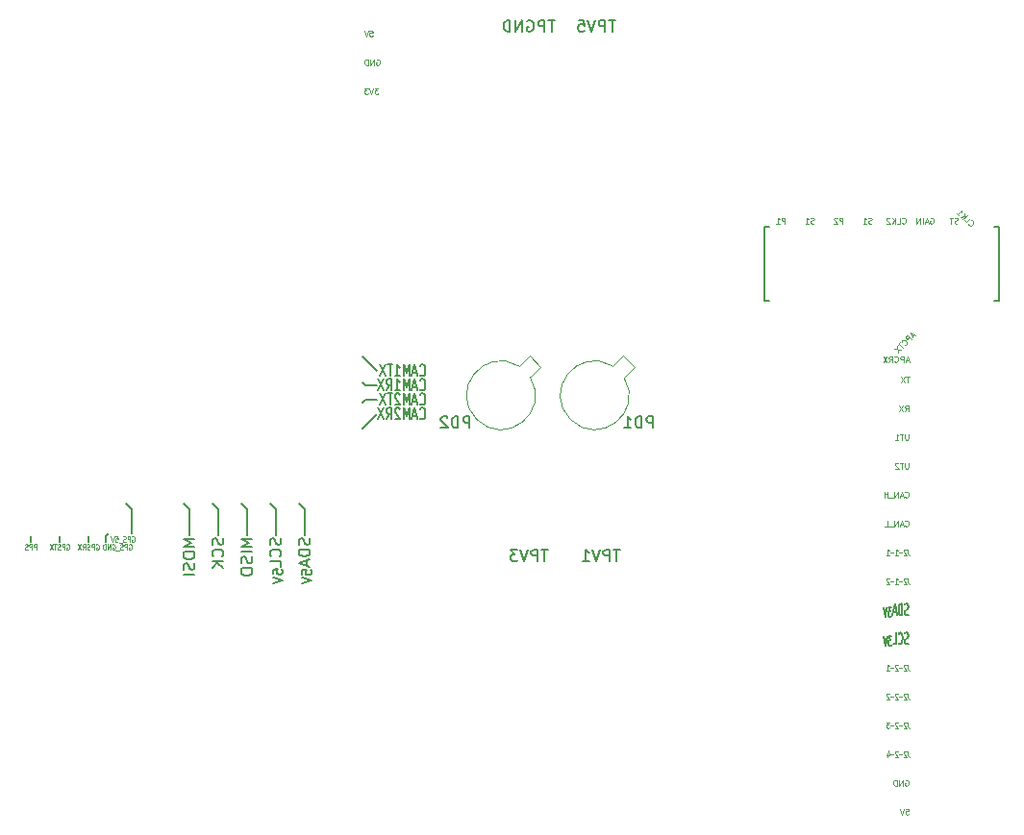
<source format=gbr>
%TF.GenerationSoftware,KiCad,Pcbnew,6.0.2+dfsg-1*%
%TF.CreationDate,2023-07-10T21:48:36-06:00*%
%TF.ProjectId,TestComponents,54657374-436f-46d7-906f-6e656e74732e,rev?*%
%TF.SameCoordinates,PXbf5d420PY621abf0*%
%TF.FileFunction,Legend,Bot*%
%TF.FilePolarity,Positive*%
%FSLAX46Y46*%
G04 Gerber Fmt 4.6, Leading zero omitted, Abs format (unit mm)*
G04 Created by KiCad (PCBNEW 6.0.2+dfsg-1) date 2023-07-10 21:48:36*
%MOMM*%
%LPD*%
G01*
G04 APERTURE LIST*
%ADD10C,0.150000*%
%ADD11C,0.137500*%
%ADD12C,0.125000*%
%ADD13C,0.100000*%
%ADD14C,0.062500*%
%ADD15C,0.120000*%
G04 APERTURE END LIST*
D10*
X-86360000Y-9779000D02*
X-86360000Y-7620000D01*
X-81788000Y-7112000D02*
X-81280000Y-7620000D01*
X-79248000Y-7112000D02*
X-78740000Y-7620000D01*
X-66040000Y5842000D02*
X-64770000Y4572000D01*
X-81280000Y-7620000D02*
X-81280000Y-9906000D01*
X-66040000Y3556000D02*
X-65786000Y3302000D01*
X-9960000Y17220000D02*
X-9960000Y10720000D01*
X-73660000Y-7620000D02*
X-73660000Y-9906000D01*
X-90170000Y-10033000D02*
X-90170000Y-10541000D01*
X-30680000Y10720000D02*
X-30226000Y10720000D01*
X-86868000Y-7112000D02*
X-86360000Y-7620000D01*
X-66040000Y-508000D02*
X-64770000Y762000D01*
X-66040000Y1778000D02*
X-65786000Y2032000D01*
X-71120000Y-7620000D02*
X-71120000Y-9906000D01*
X-76200000Y-7620000D02*
X-76200000Y-9906000D01*
X-88646000Y-10033000D02*
X-88392000Y-9779000D01*
X-78740000Y-7620000D02*
X-78740000Y-9906000D01*
X-76708000Y-7112000D02*
X-76200000Y-7620000D01*
X-30226000Y17220000D02*
X-30680000Y17220000D01*
X-10414000Y17220000D02*
X-9960000Y17220000D01*
X-65786000Y3302000D02*
X-64770000Y3302000D01*
X-88646000Y-10033000D02*
X-88646000Y-10541000D01*
X-65786000Y2032000D02*
X-64770000Y2032000D01*
X-92710000Y-10033000D02*
X-92710000Y-10541000D01*
X-71628000Y-7112000D02*
X-71120000Y-7620000D01*
X-9960000Y10720000D02*
X-10414000Y10720000D01*
X-95250000Y-10033000D02*
X-95250000Y-10541000D01*
X-74168000Y-7112000D02*
X-73660000Y-7620000D01*
X-30680000Y17220000D02*
X-30680000Y10720000D01*
D11*
X-17974137Y-16914761D02*
X-18052709Y-16962380D01*
X-18183661Y-16962380D01*
X-18236042Y-16914761D01*
X-18262233Y-16867142D01*
X-18288423Y-16771904D01*
X-18288423Y-16676666D01*
X-18262233Y-16581428D01*
X-18236042Y-16533809D01*
X-18183661Y-16486190D01*
X-18078899Y-16438571D01*
X-18026518Y-16390952D01*
X-18000328Y-16343333D01*
X-17974137Y-16248095D01*
X-17974137Y-16152857D01*
X-18000328Y-16057619D01*
X-18026518Y-16010000D01*
X-18078899Y-15962380D01*
X-18209852Y-15962380D01*
X-18288423Y-16010000D01*
X-18524137Y-16962380D02*
X-18524137Y-15962380D01*
X-18655090Y-15962380D01*
X-18733661Y-16010000D01*
X-18786042Y-16105238D01*
X-18812233Y-16200476D01*
X-18838423Y-16390952D01*
X-18838423Y-16533809D01*
X-18812233Y-16724285D01*
X-18786042Y-16819523D01*
X-18733661Y-16914761D01*
X-18655090Y-16962380D01*
X-18524137Y-16962380D01*
X-19047947Y-16676666D02*
X-19309852Y-16676666D01*
X-18995566Y-16962380D02*
X-19178899Y-15962380D01*
X-19362233Y-16962380D01*
X-19477471Y-16271904D02*
X-19749852Y-16271904D01*
X-19603185Y-16576666D01*
X-19666042Y-16576666D01*
X-19707947Y-16614761D01*
X-19728899Y-16652857D01*
X-19749852Y-16729047D01*
X-19749852Y-16919523D01*
X-19728899Y-16995714D01*
X-19707947Y-17033809D01*
X-19666042Y-17071904D01*
X-19540328Y-17071904D01*
X-19498423Y-17033809D01*
X-19477471Y-16995714D01*
X-19875566Y-16271904D02*
X-20022233Y-17071904D01*
X-20168899Y-16271904D01*
D12*
X-17980298Y-3536190D02*
X-17980298Y-3940952D01*
X-18004108Y-3988571D01*
X-18027917Y-4012380D01*
X-18075536Y-4036190D01*
X-18170774Y-4036190D01*
X-18218393Y-4012380D01*
X-18242203Y-3988571D01*
X-18266012Y-3940952D01*
X-18266012Y-3536190D01*
X-18432679Y-3536190D02*
X-18718393Y-3536190D01*
X-18575536Y-4036190D02*
X-18575536Y-3536190D01*
X-18861250Y-3583809D02*
X-18885060Y-3560000D01*
X-18932679Y-3536190D01*
X-19051727Y-3536190D01*
X-19099346Y-3560000D01*
X-19123155Y-3583809D01*
X-19146965Y-3631428D01*
X-19146965Y-3679047D01*
X-19123155Y-3750476D01*
X-18837441Y-4036190D01*
X-19146965Y-4036190D01*
X-64649227Y29483810D02*
X-64958750Y29483810D01*
X-64792084Y29293334D01*
X-64863512Y29293334D01*
X-64911131Y29269524D01*
X-64934941Y29245715D01*
X-64958750Y29198096D01*
X-64958750Y29079048D01*
X-64934941Y29031429D01*
X-64911131Y29007620D01*
X-64863512Y28983810D01*
X-64720655Y28983810D01*
X-64673036Y29007620D01*
X-64649227Y29031429D01*
X-65101608Y29483810D02*
X-65268274Y28983810D01*
X-65434941Y29483810D01*
X-65553989Y29483810D02*
X-65863512Y29483810D01*
X-65696846Y29293334D01*
X-65768274Y29293334D01*
X-65815893Y29269524D01*
X-65839703Y29245715D01*
X-65863512Y29198096D01*
X-65863512Y29079048D01*
X-65839703Y29031429D01*
X-65815893Y29007620D01*
X-65768274Y28983810D01*
X-65625417Y28983810D01*
X-65577798Y29007620D01*
X-65553989Y29031429D01*
D11*
X-17974137Y-19454761D02*
X-18052709Y-19502380D01*
X-18183661Y-19502380D01*
X-18236042Y-19454761D01*
X-18262233Y-19407142D01*
X-18288423Y-19311904D01*
X-18288423Y-19216666D01*
X-18262233Y-19121428D01*
X-18236042Y-19073809D01*
X-18183661Y-19026190D01*
X-18078899Y-18978571D01*
X-18026518Y-18930952D01*
X-18000328Y-18883333D01*
X-17974137Y-18788095D01*
X-17974137Y-18692857D01*
X-18000328Y-18597619D01*
X-18026518Y-18550000D01*
X-18078899Y-18502380D01*
X-18209852Y-18502380D01*
X-18288423Y-18550000D01*
X-18838423Y-19407142D02*
X-18812233Y-19454761D01*
X-18733661Y-19502380D01*
X-18681280Y-19502380D01*
X-18602709Y-19454761D01*
X-18550328Y-19359523D01*
X-18524137Y-19264285D01*
X-18497947Y-19073809D01*
X-18497947Y-18930952D01*
X-18524137Y-18740476D01*
X-18550328Y-18645238D01*
X-18602709Y-18550000D01*
X-18681280Y-18502380D01*
X-18733661Y-18502380D01*
X-18812233Y-18550000D01*
X-18838423Y-18597619D01*
X-19336042Y-19502380D02*
X-19074137Y-19502380D01*
X-19074137Y-18502380D01*
X-19451280Y-18811904D02*
X-19723661Y-18811904D01*
X-19576995Y-19116666D01*
X-19639852Y-19116666D01*
X-19681756Y-19154761D01*
X-19702709Y-19192857D01*
X-19723661Y-19269047D01*
X-19723661Y-19459523D01*
X-19702709Y-19535714D01*
X-19681756Y-19573809D01*
X-19639852Y-19611904D01*
X-19514137Y-19611904D01*
X-19472233Y-19573809D01*
X-19451280Y-19535714D01*
X-19849375Y-18811904D02*
X-19996042Y-19611904D01*
X-20142709Y-18811904D01*
D10*
X-43775524Y35472620D02*
X-44346953Y35472620D01*
X-44061239Y34472620D02*
X-44061239Y35472620D01*
X-44680286Y34472620D02*
X-44680286Y35472620D01*
X-45061239Y35472620D01*
X-45156477Y35425000D01*
X-45204096Y35377381D01*
X-45251715Y35282143D01*
X-45251715Y35139286D01*
X-45204096Y35044048D01*
X-45156477Y34996429D01*
X-45061239Y34948810D01*
X-44680286Y34948810D01*
X-45537429Y35472620D02*
X-45870762Y34472620D01*
X-46204096Y35472620D01*
X-47013620Y35472620D02*
X-46537429Y35472620D01*
X-46489810Y34996429D01*
X-46537429Y35044048D01*
X-46632667Y35091667D01*
X-46870762Y35091667D01*
X-46966000Y35044048D01*
X-47013620Y34996429D01*
X-47061239Y34901191D01*
X-47061239Y34663096D01*
X-47013620Y34567858D01*
X-46966000Y34520239D01*
X-46870762Y34472620D01*
X-46632667Y34472620D01*
X-46537429Y34520239D01*
X-46489810Y34567858D01*
X-60971073Y404858D02*
X-60935359Y357239D01*
X-60828216Y309620D01*
X-60756788Y309620D01*
X-60649645Y357239D01*
X-60578216Y452477D01*
X-60542502Y547715D01*
X-60506788Y738191D01*
X-60506788Y881048D01*
X-60542502Y1071524D01*
X-60578216Y1166762D01*
X-60649645Y1262000D01*
X-60756788Y1309620D01*
X-60828216Y1309620D01*
X-60935359Y1262000D01*
X-60971073Y1214381D01*
X-61256788Y595334D02*
X-61613930Y595334D01*
X-61185359Y309620D02*
X-61435359Y1309620D01*
X-61685359Y309620D01*
X-61935359Y309620D02*
X-61935359Y1309620D01*
X-62185359Y595334D01*
X-62435359Y1309620D01*
X-62435359Y309620D01*
X-62756788Y1214381D02*
X-62792502Y1262000D01*
X-62863930Y1309620D01*
X-63042502Y1309620D01*
X-63113930Y1262000D01*
X-63149645Y1214381D01*
X-63185359Y1119143D01*
X-63185359Y1023905D01*
X-63149645Y881048D01*
X-62721073Y309620D01*
X-63185359Y309620D01*
X-63935359Y309620D02*
X-63685359Y785810D01*
X-63506788Y309620D02*
X-63506788Y1309620D01*
X-63792502Y1309620D01*
X-63863930Y1262000D01*
X-63899645Y1214381D01*
X-63935359Y1119143D01*
X-63935359Y976286D01*
X-63899645Y881048D01*
X-63863930Y833429D01*
X-63792502Y785810D01*
X-63506788Y785810D01*
X-64185359Y1309620D02*
X-64685359Y309620D01*
X-64685359Y1309620D02*
X-64185359Y309620D01*
D12*
X-17908870Y4083810D02*
X-18194584Y4083810D01*
X-18051727Y3583810D02*
X-18051727Y4083810D01*
X-18313631Y4083810D02*
X-18646965Y3583810D01*
X-18646965Y4083810D02*
X-18313631Y3583810D01*
X-17488296Y7793853D02*
X-17656655Y7625495D01*
X-17353609Y7726510D02*
X-17825014Y7962212D01*
X-17589312Y7490808D01*
X-17707163Y7372957D02*
X-18060716Y7726510D01*
X-18195403Y7591823D01*
X-18212239Y7541315D01*
X-18212239Y7507644D01*
X-18195403Y7457136D01*
X-18144896Y7406628D01*
X-18094388Y7389792D01*
X-18060716Y7389792D01*
X-18010209Y7406628D01*
X-17875522Y7541315D01*
X-18296418Y6851044D02*
X-18262747Y6851044D01*
X-18195403Y6884716D01*
X-18161731Y6918388D01*
X-18128060Y6985731D01*
X-18128060Y7053075D01*
X-18144896Y7103583D01*
X-18195403Y7187762D01*
X-18245911Y7238270D01*
X-18330090Y7288777D01*
X-18380598Y7305613D01*
X-18447941Y7305613D01*
X-18515285Y7271941D01*
X-18548957Y7238270D01*
X-18582628Y7170926D01*
X-18582628Y7137254D01*
X-18717315Y7069911D02*
X-18919346Y6867880D01*
X-18464777Y6615342D02*
X-18818331Y6968896D01*
X-19003525Y6783701D02*
X-18885674Y6194445D01*
X-19239227Y6547999D02*
X-18649972Y6430148D01*
D13*
X-86582381Y-10722800D02*
X-86544286Y-10698990D01*
X-86487143Y-10698990D01*
X-86430000Y-10722800D01*
X-86391905Y-10770419D01*
X-86372858Y-10818038D01*
X-86353810Y-10913276D01*
X-86353810Y-10984704D01*
X-86372858Y-11079942D01*
X-86391905Y-11127561D01*
X-86430000Y-11175180D01*
X-86487143Y-11198990D01*
X-86525239Y-11198990D01*
X-86582381Y-11175180D01*
X-86601429Y-11151371D01*
X-86601429Y-10984704D01*
X-86525239Y-10984704D01*
X-86772858Y-11198990D02*
X-86772858Y-10698990D01*
X-86925239Y-10698990D01*
X-86963334Y-10722800D01*
X-86982381Y-10746609D01*
X-87001429Y-10794228D01*
X-87001429Y-10865657D01*
X-86982381Y-10913276D01*
X-86963334Y-10937085D01*
X-86925239Y-10960895D01*
X-86772858Y-10960895D01*
X-87153810Y-11175180D02*
X-87210953Y-11198990D01*
X-87306191Y-11198990D01*
X-87344286Y-11175180D01*
X-87363334Y-11151371D01*
X-87382381Y-11103752D01*
X-87382381Y-11056133D01*
X-87363334Y-11008514D01*
X-87344286Y-10984704D01*
X-87306191Y-10960895D01*
X-87230000Y-10937085D01*
X-87191905Y-10913276D01*
X-87172858Y-10889466D01*
X-87153810Y-10841847D01*
X-87153810Y-10794228D01*
X-87172858Y-10746609D01*
X-87191905Y-10722800D01*
X-87230000Y-10698990D01*
X-87325239Y-10698990D01*
X-87382381Y-10722800D01*
X-87458572Y-11246609D02*
X-87763334Y-11246609D01*
X-88068096Y-10722800D02*
X-88030000Y-10698990D01*
X-87972858Y-10698990D01*
X-87915715Y-10722800D01*
X-87877620Y-10770419D01*
X-87858572Y-10818038D01*
X-87839524Y-10913276D01*
X-87839524Y-10984704D01*
X-87858572Y-11079942D01*
X-87877620Y-11127561D01*
X-87915715Y-11175180D01*
X-87972858Y-11198990D01*
X-88010953Y-11198990D01*
X-88068096Y-11175180D01*
X-88087143Y-11151371D01*
X-88087143Y-10984704D01*
X-88010953Y-10984704D01*
X-88258572Y-11198990D02*
X-88258572Y-10698990D01*
X-88487143Y-11198990D01*
X-88487143Y-10698990D01*
X-88677620Y-11198990D02*
X-88677620Y-10698990D01*
X-88772858Y-10698990D01*
X-88830000Y-10722800D01*
X-88868096Y-10770419D01*
X-88887143Y-10818038D01*
X-88906191Y-10913276D01*
X-88906191Y-10984704D01*
X-88887143Y-11079942D01*
X-88868096Y-11127561D01*
X-88830000Y-11175180D01*
X-88772858Y-11198990D01*
X-88677620Y-11198990D01*
D12*
X-64815893Y32000000D02*
X-64768274Y32023810D01*
X-64696846Y32023810D01*
X-64625417Y32000000D01*
X-64577798Y31952381D01*
X-64553989Y31904762D01*
X-64530179Y31809524D01*
X-64530179Y31738096D01*
X-64553989Y31642858D01*
X-64577798Y31595239D01*
X-64625417Y31547620D01*
X-64696846Y31523810D01*
X-64744465Y31523810D01*
X-64815893Y31547620D01*
X-64839703Y31571429D01*
X-64839703Y31738096D01*
X-64744465Y31738096D01*
X-65053989Y31523810D02*
X-65053989Y32023810D01*
X-65339703Y31523810D01*
X-65339703Y32023810D01*
X-65577798Y31523810D02*
X-65577798Y32023810D01*
X-65696846Y32023810D01*
X-65768274Y32000000D01*
X-65815893Y31952381D01*
X-65839703Y31904762D01*
X-65863512Y31809524D01*
X-65863512Y31738096D01*
X-65839703Y31642858D01*
X-65815893Y31595239D01*
X-65768274Y31547620D01*
X-65696846Y31523810D01*
X-65577798Y31523810D01*
X-26289048Y17577620D02*
X-26360477Y17553810D01*
X-26479524Y17553810D01*
X-26527143Y17577620D01*
X-26550953Y17601429D01*
X-26574762Y17649048D01*
X-26574762Y17696667D01*
X-26550953Y17744286D01*
X-26527143Y17768096D01*
X-26479524Y17791905D01*
X-26384286Y17815715D01*
X-26336667Y17839524D01*
X-26312858Y17863334D01*
X-26289048Y17910953D01*
X-26289048Y17958572D01*
X-26312858Y18006191D01*
X-26336667Y18030000D01*
X-26384286Y18053810D01*
X-26503334Y18053810D01*
X-26574762Y18030000D01*
X-27050953Y17553810D02*
X-26765239Y17553810D01*
X-26908096Y17553810D02*
X-26908096Y18053810D01*
X-26860477Y17982381D01*
X-26812858Y17934762D01*
X-26765239Y17910953D01*
D10*
X-78335239Y-10193976D02*
X-78287620Y-10336833D01*
X-78287620Y-10574928D01*
X-78335239Y-10670166D01*
X-78382858Y-10717785D01*
X-78478096Y-10765404D01*
X-78573334Y-10765404D01*
X-78668572Y-10717785D01*
X-78716191Y-10670166D01*
X-78763810Y-10574928D01*
X-78811429Y-10384452D01*
X-78859048Y-10289214D01*
X-78906667Y-10241595D01*
X-79001905Y-10193976D01*
X-79097143Y-10193976D01*
X-79192381Y-10241595D01*
X-79240000Y-10289214D01*
X-79287620Y-10384452D01*
X-79287620Y-10622547D01*
X-79240000Y-10765404D01*
X-78382858Y-11765404D02*
X-78335239Y-11717785D01*
X-78287620Y-11574928D01*
X-78287620Y-11479690D01*
X-78335239Y-11336833D01*
X-78430477Y-11241595D01*
X-78525715Y-11193976D01*
X-78716191Y-11146357D01*
X-78859048Y-11146357D01*
X-79049524Y-11193976D01*
X-79144762Y-11241595D01*
X-79240000Y-11336833D01*
X-79287620Y-11479690D01*
X-79287620Y-11574928D01*
X-79240000Y-11717785D01*
X-79192381Y-11765404D01*
X-78287620Y-12193976D02*
X-79287620Y-12193976D01*
X-78287620Y-12765404D02*
X-78859048Y-12336833D01*
X-79287620Y-12765404D02*
X-78716191Y-12193976D01*
D14*
X-18003959Y-23856190D02*
X-18003959Y-24213333D01*
X-17987292Y-24284761D01*
X-17953959Y-24332380D01*
X-17903959Y-24356190D01*
X-17870625Y-24356190D01*
X-18153959Y-23903809D02*
X-18170625Y-23880000D01*
X-18203959Y-23856190D01*
X-18287292Y-23856190D01*
X-18320625Y-23880000D01*
X-18337292Y-23903809D01*
X-18353959Y-23951428D01*
X-18353959Y-23999047D01*
X-18337292Y-24070476D01*
X-18137292Y-24356190D01*
X-18353959Y-24356190D01*
X-18503959Y-24165714D02*
X-18770625Y-24165714D01*
X-18920625Y-23903809D02*
X-18937292Y-23880000D01*
X-18970625Y-23856190D01*
X-19053959Y-23856190D01*
X-19087292Y-23880000D01*
X-19103959Y-23903809D01*
X-19120625Y-23951428D01*
X-19120625Y-23999047D01*
X-19103959Y-24070476D01*
X-18903959Y-24356190D01*
X-19120625Y-24356190D01*
X-19270625Y-24165714D02*
X-19537292Y-24165714D01*
X-19687292Y-23903809D02*
X-19703959Y-23880000D01*
X-19737292Y-23856190D01*
X-19820625Y-23856190D01*
X-19853959Y-23880000D01*
X-19870625Y-23903809D01*
X-19887292Y-23951428D01*
X-19887292Y-23999047D01*
X-19870625Y-24070476D01*
X-19670625Y-24356190D01*
X-19887292Y-24356190D01*
D12*
X-21209048Y17577620D02*
X-21280477Y17553810D01*
X-21399524Y17553810D01*
X-21447143Y17577620D01*
X-21470953Y17601429D01*
X-21494762Y17649048D01*
X-21494762Y17696667D01*
X-21470953Y17744286D01*
X-21447143Y17768096D01*
X-21399524Y17791905D01*
X-21304286Y17815715D01*
X-21256667Y17839524D01*
X-21232858Y17863334D01*
X-21209048Y17910953D01*
X-21209048Y17958572D01*
X-21232858Y18006191D01*
X-21256667Y18030000D01*
X-21304286Y18053810D01*
X-21423334Y18053810D01*
X-21494762Y18030000D01*
X-21970953Y17553810D02*
X-21685239Y17553810D01*
X-21828096Y17553810D02*
X-21828096Y18053810D01*
X-21780477Y17982381D01*
X-21732858Y17934762D01*
X-21685239Y17910953D01*
D14*
X-18003959Y-11156190D02*
X-18003959Y-11513333D01*
X-17987292Y-11584761D01*
X-17953959Y-11632380D01*
X-17903959Y-11656190D01*
X-17870625Y-11656190D01*
X-18153959Y-11203809D02*
X-18170625Y-11180000D01*
X-18203959Y-11156190D01*
X-18287292Y-11156190D01*
X-18320625Y-11180000D01*
X-18337292Y-11203809D01*
X-18353959Y-11251428D01*
X-18353959Y-11299047D01*
X-18337292Y-11370476D01*
X-18137292Y-11656190D01*
X-18353959Y-11656190D01*
X-18503959Y-11465714D02*
X-18770625Y-11465714D01*
X-19120625Y-11656190D02*
X-18920625Y-11656190D01*
X-19020625Y-11656190D02*
X-19020625Y-11156190D01*
X-18987292Y-11227619D01*
X-18953959Y-11275238D01*
X-18920625Y-11299047D01*
X-19270625Y-11465714D02*
X-19537292Y-11465714D01*
X-19887292Y-11656190D02*
X-19687292Y-11656190D01*
X-19787292Y-11656190D02*
X-19787292Y-11156190D01*
X-19753959Y-11227619D01*
X-19720625Y-11275238D01*
X-19687292Y-11299047D01*
X-18003959Y-28936190D02*
X-18003959Y-29293333D01*
X-17987292Y-29364761D01*
X-17953959Y-29412380D01*
X-17903959Y-29436190D01*
X-17870625Y-29436190D01*
X-18153959Y-28983809D02*
X-18170625Y-28960000D01*
X-18203959Y-28936190D01*
X-18287292Y-28936190D01*
X-18320625Y-28960000D01*
X-18337292Y-28983809D01*
X-18353959Y-29031428D01*
X-18353959Y-29079047D01*
X-18337292Y-29150476D01*
X-18137292Y-29436190D01*
X-18353959Y-29436190D01*
X-18503959Y-29245714D02*
X-18770625Y-29245714D01*
X-18920625Y-28983809D02*
X-18937292Y-28960000D01*
X-18970625Y-28936190D01*
X-19053959Y-28936190D01*
X-19087292Y-28960000D01*
X-19103959Y-28983809D01*
X-19120625Y-29031428D01*
X-19120625Y-29079047D01*
X-19103959Y-29150476D01*
X-18903959Y-29436190D01*
X-19120625Y-29436190D01*
X-19270625Y-29245714D02*
X-19537292Y-29245714D01*
X-19853959Y-29102857D02*
X-19853959Y-29436190D01*
X-19770625Y-28912380D02*
X-19687292Y-29269523D01*
X-19903959Y-29269523D01*
D12*
X-18242203Y-31500000D02*
X-18194584Y-31476190D01*
X-18123155Y-31476190D01*
X-18051727Y-31500000D01*
X-18004108Y-31547619D01*
X-17980298Y-31595238D01*
X-17956489Y-31690476D01*
X-17956489Y-31761904D01*
X-17980298Y-31857142D01*
X-18004108Y-31904761D01*
X-18051727Y-31952380D01*
X-18123155Y-31976190D01*
X-18170774Y-31976190D01*
X-18242203Y-31952380D01*
X-18266012Y-31928571D01*
X-18266012Y-31761904D01*
X-18170774Y-31761904D01*
X-18480298Y-31976190D02*
X-18480298Y-31476190D01*
X-18766012Y-31976190D01*
X-18766012Y-31476190D01*
X-19004108Y-31976190D02*
X-19004108Y-31476190D01*
X-19123155Y-31476190D01*
X-19194584Y-31500000D01*
X-19242203Y-31547619D01*
X-19266012Y-31595238D01*
X-19289822Y-31690476D01*
X-19289822Y-31761904D01*
X-19266012Y-31857142D01*
X-19242203Y-31904761D01*
X-19194584Y-31952380D01*
X-19123155Y-31976190D01*
X-19004108Y-31976190D01*
X-23760953Y17553810D02*
X-23760953Y18053810D01*
X-23951429Y18053810D01*
X-23999048Y18030000D01*
X-24022858Y18006191D01*
X-24046667Y17958572D01*
X-24046667Y17887143D01*
X-24022858Y17839524D01*
X-23999048Y17815715D01*
X-23951429Y17791905D01*
X-23760953Y17791905D01*
X-24237143Y18006191D02*
X-24260953Y18030000D01*
X-24308572Y18053810D01*
X-24427620Y18053810D01*
X-24475239Y18030000D01*
X-24499048Y18006191D01*
X-24522858Y17958572D01*
X-24522858Y17910953D01*
X-24499048Y17839524D01*
X-24213334Y17553810D01*
X-24522858Y17553810D01*
D10*
X-60971073Y2944858D02*
X-60935359Y2897239D01*
X-60828216Y2849620D01*
X-60756788Y2849620D01*
X-60649645Y2897239D01*
X-60578216Y2992477D01*
X-60542502Y3087715D01*
X-60506788Y3278191D01*
X-60506788Y3421048D01*
X-60542502Y3611524D01*
X-60578216Y3706762D01*
X-60649645Y3802000D01*
X-60756788Y3849620D01*
X-60828216Y3849620D01*
X-60935359Y3802000D01*
X-60971073Y3754381D01*
X-61256788Y3135334D02*
X-61613930Y3135334D01*
X-61185359Y2849620D02*
X-61435359Y3849620D01*
X-61685359Y2849620D01*
X-61935359Y2849620D02*
X-61935359Y3849620D01*
X-62185359Y3135334D01*
X-62435359Y3849620D01*
X-62435359Y2849620D01*
X-63185359Y2849620D02*
X-62756788Y2849620D01*
X-62971073Y2849620D02*
X-62971073Y3849620D01*
X-62899645Y3706762D01*
X-62828216Y3611524D01*
X-62756788Y3563905D01*
X-63935359Y2849620D02*
X-63685359Y3325810D01*
X-63506788Y2849620D02*
X-63506788Y3849620D01*
X-63792502Y3849620D01*
X-63863930Y3802000D01*
X-63899645Y3754381D01*
X-63935359Y3659143D01*
X-63935359Y3516286D01*
X-63899645Y3421048D01*
X-63863930Y3373429D01*
X-63792502Y3325810D01*
X-63506788Y3325810D01*
X-64185359Y3849620D02*
X-64685359Y2849620D01*
X-64685359Y3849620D02*
X-64185359Y2849620D01*
D12*
X-16045715Y18030000D02*
X-15998096Y18053810D01*
X-15926667Y18053810D01*
X-15855239Y18030000D01*
X-15807620Y17982381D01*
X-15783810Y17934762D01*
X-15760000Y17839524D01*
X-15760000Y17768096D01*
X-15783810Y17672858D01*
X-15807620Y17625239D01*
X-15855239Y17577620D01*
X-15926667Y17553810D01*
X-15974286Y17553810D01*
X-16045715Y17577620D01*
X-16069524Y17601429D01*
X-16069524Y17768096D01*
X-15974286Y17768096D01*
X-16260000Y17696667D02*
X-16498096Y17696667D01*
X-16212381Y17553810D02*
X-16379048Y18053810D01*
X-16545715Y17553810D01*
X-16712381Y17553810D02*
X-16712381Y18053810D01*
X-16950477Y17553810D02*
X-16950477Y18053810D01*
X-17236191Y17553810D01*
X-17236191Y18053810D01*
D14*
X-18003959Y-13696190D02*
X-18003959Y-14053333D01*
X-17987292Y-14124761D01*
X-17953959Y-14172380D01*
X-17903959Y-14196190D01*
X-17870625Y-14196190D01*
X-18153959Y-13743809D02*
X-18170625Y-13720000D01*
X-18203959Y-13696190D01*
X-18287292Y-13696190D01*
X-18320625Y-13720000D01*
X-18337292Y-13743809D01*
X-18353959Y-13791428D01*
X-18353959Y-13839047D01*
X-18337292Y-13910476D01*
X-18137292Y-14196190D01*
X-18353959Y-14196190D01*
X-18503959Y-14005714D02*
X-18770625Y-14005714D01*
X-19120625Y-14196190D02*
X-18920625Y-14196190D01*
X-19020625Y-14196190D02*
X-19020625Y-13696190D01*
X-18987292Y-13767619D01*
X-18953959Y-13815238D01*
X-18920625Y-13839047D01*
X-19270625Y-14005714D02*
X-19537292Y-14005714D01*
X-19687292Y-13743809D02*
X-19703959Y-13720000D01*
X-19737292Y-13696190D01*
X-19820625Y-13696190D01*
X-19853959Y-13720000D01*
X-19870625Y-13743809D01*
X-19887292Y-13791428D01*
X-19887292Y-13839047D01*
X-19870625Y-13910476D01*
X-19670625Y-14196190D01*
X-19887292Y-14196190D01*
D12*
X-18266012Y-6528571D02*
X-18242203Y-6552380D01*
X-18170774Y-6576190D01*
X-18123155Y-6576190D01*
X-18051727Y-6552380D01*
X-18004108Y-6504761D01*
X-17980298Y-6457142D01*
X-17956489Y-6361904D01*
X-17956489Y-6290476D01*
X-17980298Y-6195238D01*
X-18004108Y-6147619D01*
X-18051727Y-6100000D01*
X-18123155Y-6076190D01*
X-18170774Y-6076190D01*
X-18242203Y-6100000D01*
X-18266012Y-6123809D01*
X-18456489Y-6433333D02*
X-18694584Y-6433333D01*
X-18408870Y-6576190D02*
X-18575536Y-6076190D01*
X-18742203Y-6576190D01*
X-18908870Y-6576190D02*
X-18908870Y-6076190D01*
X-19194584Y-6576190D01*
X-19194584Y-6076190D01*
X-19313631Y-6623809D02*
X-19694584Y-6623809D01*
X-19813631Y-6576190D02*
X-19813631Y-6076190D01*
X-19813631Y-6314285D02*
X-20099346Y-6314285D01*
X-20099346Y-6576190D02*
X-20099346Y-6076190D01*
X-17980298Y-996190D02*
X-17980298Y-1400952D01*
X-18004108Y-1448571D01*
X-18027917Y-1472380D01*
X-18075536Y-1496190D01*
X-18170774Y-1496190D01*
X-18218393Y-1472380D01*
X-18242203Y-1448571D01*
X-18266012Y-1400952D01*
X-18266012Y-996190D01*
X-18432679Y-996190D02*
X-18718393Y-996190D01*
X-18575536Y-1496190D02*
X-18575536Y-996190D01*
X-19146965Y-1496190D02*
X-18861250Y-1496190D01*
X-19004108Y-1496190D02*
X-19004108Y-996190D01*
X-18956489Y-1067619D01*
X-18908870Y-1115238D01*
X-18861250Y-1139047D01*
D10*
X-49719124Y-11187180D02*
X-50290553Y-11187180D01*
X-50004839Y-12187180D02*
X-50004839Y-11187180D01*
X-50623886Y-12187180D02*
X-50623886Y-11187180D01*
X-51004839Y-11187180D01*
X-51100077Y-11234800D01*
X-51147696Y-11282419D01*
X-51195315Y-11377657D01*
X-51195315Y-11520514D01*
X-51147696Y-11615752D01*
X-51100077Y-11663371D01*
X-51004839Y-11710990D01*
X-50623886Y-11710990D01*
X-51481029Y-11187180D02*
X-51814362Y-12187180D01*
X-52147696Y-11187180D01*
X-52385791Y-11187180D02*
X-53004839Y-11187180D01*
X-52671505Y-11568133D01*
X-52814362Y-11568133D01*
X-52909600Y-11615752D01*
X-52957220Y-11663371D01*
X-53004839Y-11758609D01*
X-53004839Y-11996704D01*
X-52957220Y-12091942D01*
X-52909600Y-12139561D01*
X-52814362Y-12187180D01*
X-52528648Y-12187180D01*
X-52433410Y-12139561D01*
X-52385791Y-12091942D01*
D13*
X-89493810Y-10722800D02*
X-89455715Y-10698990D01*
X-89398572Y-10698990D01*
X-89341429Y-10722800D01*
X-89303334Y-10770419D01*
X-89284286Y-10818038D01*
X-89265239Y-10913276D01*
X-89265239Y-10984704D01*
X-89284286Y-11079942D01*
X-89303334Y-11127561D01*
X-89341429Y-11175180D01*
X-89398572Y-11198990D01*
X-89436667Y-11198990D01*
X-89493810Y-11175180D01*
X-89512858Y-11151371D01*
X-89512858Y-10984704D01*
X-89436667Y-10984704D01*
X-89684286Y-11198990D02*
X-89684286Y-10698990D01*
X-89836667Y-10698990D01*
X-89874762Y-10722800D01*
X-89893810Y-10746609D01*
X-89912858Y-10794228D01*
X-89912858Y-10865657D01*
X-89893810Y-10913276D01*
X-89874762Y-10937085D01*
X-89836667Y-10960895D01*
X-89684286Y-10960895D01*
X-90065239Y-11175180D02*
X-90122381Y-11198990D01*
X-90217620Y-11198990D01*
X-90255715Y-11175180D01*
X-90274762Y-11151371D01*
X-90293810Y-11103752D01*
X-90293810Y-11056133D01*
X-90274762Y-11008514D01*
X-90255715Y-10984704D01*
X-90217620Y-10960895D01*
X-90141429Y-10937085D01*
X-90103334Y-10913276D01*
X-90084286Y-10889466D01*
X-90065239Y-10841847D01*
X-90065239Y-10794228D01*
X-90084286Y-10746609D01*
X-90103334Y-10722800D01*
X-90141429Y-10698990D01*
X-90236667Y-10698990D01*
X-90293810Y-10722800D01*
X-90693810Y-11198990D02*
X-90560477Y-10960895D01*
X-90465239Y-11198990D02*
X-90465239Y-10698990D01*
X-90617620Y-10698990D01*
X-90655715Y-10722800D01*
X-90674762Y-10746609D01*
X-90693810Y-10794228D01*
X-90693810Y-10865657D01*
X-90674762Y-10913276D01*
X-90655715Y-10937085D01*
X-90617620Y-10960895D01*
X-90465239Y-10960895D01*
X-90827143Y-10698990D02*
X-91093810Y-11198990D01*
X-91093810Y-10698990D02*
X-90827143Y-11198990D01*
D12*
X-18514286Y17601429D02*
X-18490477Y17577620D01*
X-18419048Y17553810D01*
X-18371429Y17553810D01*
X-18300000Y17577620D01*
X-18252381Y17625239D01*
X-18228572Y17672858D01*
X-18204762Y17768096D01*
X-18204762Y17839524D01*
X-18228572Y17934762D01*
X-18252381Y17982381D01*
X-18300000Y18030000D01*
X-18371429Y18053810D01*
X-18419048Y18053810D01*
X-18490477Y18030000D01*
X-18514286Y18006191D01*
X-18966667Y17553810D02*
X-18728572Y17553810D01*
X-18728572Y18053810D01*
X-19133334Y17553810D02*
X-19133334Y18053810D01*
X-19419048Y17553810D02*
X-19204762Y17839524D01*
X-19419048Y18053810D02*
X-19133334Y17768096D01*
X-19609524Y18006191D02*
X-19633334Y18030000D01*
X-19680953Y18053810D01*
X-19800000Y18053810D01*
X-19847620Y18030000D01*
X-19871429Y18006191D01*
X-19895239Y17958572D01*
X-19895239Y17910953D01*
X-19871429Y17839524D01*
X-19585715Y17553810D01*
X-19895239Y17553810D01*
X-18218393Y-34016190D02*
X-17980298Y-34016190D01*
X-17956489Y-34254285D01*
X-17980298Y-34230476D01*
X-18027917Y-34206666D01*
X-18146965Y-34206666D01*
X-18194584Y-34230476D01*
X-18218393Y-34254285D01*
X-18242203Y-34301904D01*
X-18242203Y-34420952D01*
X-18218393Y-34468571D01*
X-18194584Y-34492380D01*
X-18146965Y-34516190D01*
X-18027917Y-34516190D01*
X-17980298Y-34492380D01*
X-17956489Y-34468571D01*
X-18385060Y-34016190D02*
X-18551727Y-34516190D01*
X-18718393Y-34016190D01*
D10*
X-75747620Y-10241595D02*
X-76747620Y-10241595D01*
X-76033334Y-10574928D01*
X-76747620Y-10908261D01*
X-75747620Y-10908261D01*
X-75747620Y-11384452D02*
X-76747620Y-11384452D01*
X-75795239Y-11813023D02*
X-75747620Y-11955880D01*
X-75747620Y-12193976D01*
X-75795239Y-12289214D01*
X-75842858Y-12336833D01*
X-75938096Y-12384452D01*
X-76033334Y-12384452D01*
X-76128572Y-12336833D01*
X-76176191Y-12289214D01*
X-76223810Y-12193976D01*
X-76271429Y-12003500D01*
X-76319048Y-11908261D01*
X-76366667Y-11860642D01*
X-76461905Y-11813023D01*
X-76557143Y-11813023D01*
X-76652381Y-11860642D01*
X-76700000Y-11908261D01*
X-76747620Y-12003500D01*
X-76747620Y-12241595D01*
X-76700000Y-12384452D01*
X-76747620Y-13003500D02*
X-76747620Y-13193976D01*
X-76700000Y-13289214D01*
X-76604762Y-13384452D01*
X-76414286Y-13432071D01*
X-76080953Y-13432071D01*
X-75890477Y-13384452D01*
X-75795239Y-13289214D01*
X-75747620Y-13193976D01*
X-75747620Y-13003500D01*
X-75795239Y-12908261D01*
X-75890477Y-12813023D01*
X-76080953Y-12765404D01*
X-76414286Y-12765404D01*
X-76604762Y-12813023D01*
X-76700000Y-12908261D01*
X-76747620Y-13003500D01*
D13*
X-94754762Y-11198990D02*
X-94754762Y-10698990D01*
X-94907143Y-10698990D01*
X-94945239Y-10722800D01*
X-94964286Y-10746609D01*
X-94983334Y-10794228D01*
X-94983334Y-10865657D01*
X-94964286Y-10913276D01*
X-94945239Y-10937085D01*
X-94907143Y-10960895D01*
X-94754762Y-10960895D01*
X-95154762Y-11198990D02*
X-95154762Y-10698990D01*
X-95307143Y-10698990D01*
X-95345239Y-10722800D01*
X-95364286Y-10746609D01*
X-95383334Y-10794228D01*
X-95383334Y-10865657D01*
X-95364286Y-10913276D01*
X-95345239Y-10937085D01*
X-95307143Y-10960895D01*
X-95154762Y-10960895D01*
X-95535715Y-11175180D02*
X-95592858Y-11198990D01*
X-95688096Y-11198990D01*
X-95726191Y-11175180D01*
X-95745239Y-11151371D01*
X-95764286Y-11103752D01*
X-95764286Y-11056133D01*
X-95745239Y-11008514D01*
X-95726191Y-10984704D01*
X-95688096Y-10960895D01*
X-95611905Y-10937085D01*
X-95573810Y-10913276D01*
X-95554762Y-10889466D01*
X-95535715Y-10841847D01*
X-95535715Y-10794228D01*
X-95554762Y-10746609D01*
X-95573810Y-10722800D01*
X-95611905Y-10698990D01*
X-95707143Y-10698990D01*
X-95764286Y-10722800D01*
D10*
X-43369124Y-11187180D02*
X-43940553Y-11187180D01*
X-43654839Y-12187180D02*
X-43654839Y-11187180D01*
X-44273886Y-12187180D02*
X-44273886Y-11187180D01*
X-44654839Y-11187180D01*
X-44750077Y-11234800D01*
X-44797696Y-11282419D01*
X-44845315Y-11377657D01*
X-44845315Y-11520514D01*
X-44797696Y-11615752D01*
X-44750077Y-11663371D01*
X-44654839Y-11710990D01*
X-44273886Y-11710990D01*
X-45131029Y-11187180D02*
X-45464362Y-12187180D01*
X-45797696Y-11187180D01*
X-46654839Y-12187180D02*
X-46083410Y-12187180D01*
X-46369124Y-12187180D02*
X-46369124Y-11187180D01*
X-46273886Y-11330038D01*
X-46178648Y-11425276D01*
X-46083410Y-11472895D01*
D14*
X-18003959Y-26396190D02*
X-18003959Y-26753333D01*
X-17987292Y-26824761D01*
X-17953959Y-26872380D01*
X-17903959Y-26896190D01*
X-17870625Y-26896190D01*
X-18153959Y-26443809D02*
X-18170625Y-26420000D01*
X-18203959Y-26396190D01*
X-18287292Y-26396190D01*
X-18320625Y-26420000D01*
X-18337292Y-26443809D01*
X-18353959Y-26491428D01*
X-18353959Y-26539047D01*
X-18337292Y-26610476D01*
X-18137292Y-26896190D01*
X-18353959Y-26896190D01*
X-18503959Y-26705714D02*
X-18770625Y-26705714D01*
X-18920625Y-26443809D02*
X-18937292Y-26420000D01*
X-18970625Y-26396190D01*
X-19053959Y-26396190D01*
X-19087292Y-26420000D01*
X-19103959Y-26443809D01*
X-19120625Y-26491428D01*
X-19120625Y-26539047D01*
X-19103959Y-26610476D01*
X-18903959Y-26896190D01*
X-19120625Y-26896190D01*
X-19270625Y-26705714D02*
X-19537292Y-26705714D01*
X-19670625Y-26396190D02*
X-19887292Y-26396190D01*
X-19770625Y-26586666D01*
X-19820625Y-26586666D01*
X-19853959Y-26610476D01*
X-19870625Y-26634285D01*
X-19887292Y-26681904D01*
X-19887292Y-26800952D01*
X-19870625Y-26848571D01*
X-19853959Y-26872380D01*
X-19820625Y-26896190D01*
X-19720625Y-26896190D01*
X-19687292Y-26872380D01*
X-19670625Y-26848571D01*
D12*
X-18266012Y-9068571D02*
X-18242203Y-9092380D01*
X-18170774Y-9116190D01*
X-18123155Y-9116190D01*
X-18051727Y-9092380D01*
X-18004108Y-9044761D01*
X-17980298Y-8997142D01*
X-17956489Y-8901904D01*
X-17956489Y-8830476D01*
X-17980298Y-8735238D01*
X-18004108Y-8687619D01*
X-18051727Y-8640000D01*
X-18123155Y-8616190D01*
X-18170774Y-8616190D01*
X-18242203Y-8640000D01*
X-18266012Y-8663809D01*
X-18456489Y-8973333D02*
X-18694584Y-8973333D01*
X-18408870Y-9116190D02*
X-18575536Y-8616190D01*
X-18742203Y-9116190D01*
X-18908870Y-9116190D02*
X-18908870Y-8616190D01*
X-19194584Y-9116190D01*
X-19194584Y-8616190D01*
X-19313631Y-9163809D02*
X-19694584Y-9163809D01*
X-20051727Y-9116190D02*
X-19813631Y-9116190D01*
X-19813631Y-8616190D01*
X-65411131Y34563810D02*
X-65173036Y34563810D01*
X-65149227Y34325715D01*
X-65173036Y34349524D01*
X-65220655Y34373334D01*
X-65339703Y34373334D01*
X-65387322Y34349524D01*
X-65411131Y34325715D01*
X-65434941Y34278096D01*
X-65434941Y34159048D01*
X-65411131Y34111429D01*
X-65387322Y34087620D01*
X-65339703Y34063810D01*
X-65220655Y34063810D01*
X-65173036Y34087620D01*
X-65149227Y34111429D01*
X-65577798Y34563810D02*
X-65744465Y34063810D01*
X-65911131Y34563810D01*
D10*
X-73255239Y-10193976D02*
X-73207620Y-10336833D01*
X-73207620Y-10574928D01*
X-73255239Y-10670166D01*
X-73302858Y-10717785D01*
X-73398096Y-10765404D01*
X-73493334Y-10765404D01*
X-73588572Y-10717785D01*
X-73636191Y-10670166D01*
X-73683810Y-10574928D01*
X-73731429Y-10384452D01*
X-73779048Y-10289214D01*
X-73826667Y-10241595D01*
X-73921905Y-10193976D01*
X-74017143Y-10193976D01*
X-74112381Y-10241595D01*
X-74160000Y-10289214D01*
X-74207620Y-10384452D01*
X-74207620Y-10622547D01*
X-74160000Y-10765404D01*
X-73302858Y-11765404D02*
X-73255239Y-11717785D01*
X-73207620Y-11574928D01*
X-73207620Y-11479690D01*
X-73255239Y-11336833D01*
X-73350477Y-11241595D01*
X-73445715Y-11193976D01*
X-73636191Y-11146357D01*
X-73779048Y-11146357D01*
X-73969524Y-11193976D01*
X-74064762Y-11241595D01*
X-74160000Y-11336833D01*
X-74207620Y-11479690D01*
X-74207620Y-11574928D01*
X-74160000Y-11717785D01*
X-74112381Y-11765404D01*
X-73207620Y-12670166D02*
X-73207620Y-12193976D01*
X-74207620Y-12193976D01*
X-73898096Y-13336833D02*
X-73898096Y-12955880D01*
X-73517143Y-12917785D01*
X-73555239Y-12955880D01*
X-73593334Y-13032071D01*
X-73593334Y-13222547D01*
X-73555239Y-13298738D01*
X-73517143Y-13336833D01*
X-73440953Y-13374928D01*
X-73250477Y-13374928D01*
X-73174286Y-13336833D01*
X-73136191Y-13298738D01*
X-73098096Y-13222547D01*
X-73098096Y-13032071D01*
X-73136191Y-12955880D01*
X-73174286Y-12917785D01*
X-73898096Y-13603500D02*
X-73098096Y-13870166D01*
X-73898096Y-14136833D01*
X-80827620Y-10241595D02*
X-81827620Y-10241595D01*
X-81113334Y-10574928D01*
X-81827620Y-10908261D01*
X-80827620Y-10908261D01*
X-81827620Y-11574928D02*
X-81827620Y-11765404D01*
X-81780000Y-11860642D01*
X-81684762Y-11955880D01*
X-81494286Y-12003500D01*
X-81160953Y-12003500D01*
X-80970477Y-11955880D01*
X-80875239Y-11860642D01*
X-80827620Y-11765404D01*
X-80827620Y-11574928D01*
X-80875239Y-11479690D01*
X-80970477Y-11384452D01*
X-81160953Y-11336833D01*
X-81494286Y-11336833D01*
X-81684762Y-11384452D01*
X-81780000Y-11479690D01*
X-81827620Y-11574928D01*
X-80875239Y-12384452D02*
X-80827620Y-12527309D01*
X-80827620Y-12765404D01*
X-80875239Y-12860642D01*
X-80922858Y-12908261D01*
X-81018096Y-12955880D01*
X-81113334Y-12955880D01*
X-81208572Y-12908261D01*
X-81256191Y-12860642D01*
X-81303810Y-12765404D01*
X-81351429Y-12574928D01*
X-81399048Y-12479690D01*
X-81446667Y-12432071D01*
X-81541905Y-12384452D01*
X-81637143Y-12384452D01*
X-81732381Y-12432071D01*
X-81780000Y-12479690D01*
X-81827620Y-12574928D01*
X-81827620Y-12813023D01*
X-81780000Y-12955880D01*
X-80827620Y-13384452D02*
X-81827620Y-13384452D01*
X-60971073Y4214858D02*
X-60935359Y4167239D01*
X-60828216Y4119620D01*
X-60756788Y4119620D01*
X-60649645Y4167239D01*
X-60578216Y4262477D01*
X-60542502Y4357715D01*
X-60506788Y4548191D01*
X-60506788Y4691048D01*
X-60542502Y4881524D01*
X-60578216Y4976762D01*
X-60649645Y5072000D01*
X-60756788Y5119620D01*
X-60828216Y5119620D01*
X-60935359Y5072000D01*
X-60971073Y5024381D01*
X-61256788Y4405334D02*
X-61613930Y4405334D01*
X-61185359Y4119620D02*
X-61435359Y5119620D01*
X-61685359Y4119620D01*
X-61935359Y4119620D02*
X-61935359Y5119620D01*
X-62185359Y4405334D01*
X-62435359Y5119620D01*
X-62435359Y4119620D01*
X-63185359Y4119620D02*
X-62756788Y4119620D01*
X-62971073Y4119620D02*
X-62971073Y5119620D01*
X-62899645Y4976762D01*
X-62828216Y4881524D01*
X-62756788Y4833905D01*
X-63399645Y5119620D02*
X-63828216Y5119620D01*
X-63613930Y4119620D02*
X-63613930Y5119620D01*
X-64006788Y5119620D02*
X-64506788Y4119620D01*
X-64506788Y5119620D02*
X-64006788Y4119620D01*
X-60971073Y1674858D02*
X-60935359Y1627239D01*
X-60828216Y1579620D01*
X-60756788Y1579620D01*
X-60649645Y1627239D01*
X-60578216Y1722477D01*
X-60542502Y1817715D01*
X-60506788Y2008191D01*
X-60506788Y2151048D01*
X-60542502Y2341524D01*
X-60578216Y2436762D01*
X-60649645Y2532000D01*
X-60756788Y2579620D01*
X-60828216Y2579620D01*
X-60935359Y2532000D01*
X-60971073Y2484381D01*
X-61256788Y1865334D02*
X-61613930Y1865334D01*
X-61185359Y1579620D02*
X-61435359Y2579620D01*
X-61685359Y1579620D01*
X-61935359Y1579620D02*
X-61935359Y2579620D01*
X-62185359Y1865334D01*
X-62435359Y2579620D01*
X-62435359Y1579620D01*
X-62756788Y2484381D02*
X-62792502Y2532000D01*
X-62863930Y2579620D01*
X-63042502Y2579620D01*
X-63113930Y2532000D01*
X-63149645Y2484381D01*
X-63185359Y2389143D01*
X-63185359Y2293905D01*
X-63149645Y2151048D01*
X-62721073Y1579620D01*
X-63185359Y1579620D01*
X-63399645Y2579620D02*
X-63828216Y2579620D01*
X-63613930Y1579620D02*
X-63613930Y2579620D01*
X-64006788Y2579620D02*
X-64506788Y1579620D01*
X-64506788Y2579620D02*
X-64006788Y1579620D01*
D12*
X-12701462Y17528924D02*
X-12701462Y17495252D01*
X-12667791Y17427909D01*
X-12634119Y17394237D01*
X-12566775Y17360565D01*
X-12499432Y17360565D01*
X-12448924Y17377401D01*
X-12364745Y17427909D01*
X-12314237Y17478417D01*
X-12263730Y17562596D01*
X-12246894Y17613104D01*
X-12246894Y17680447D01*
X-12280565Y17747791D01*
X-12314237Y17781462D01*
X-12381581Y17815134D01*
X-12415252Y17815134D01*
X-13055016Y17815134D02*
X-12886657Y17646775D01*
X-12533104Y18000329D01*
X-13172867Y17932985D02*
X-12819313Y18286539D01*
X-13374897Y18135016D02*
X-13021344Y18185523D01*
X-13021344Y18488569D02*
X-13021344Y18084508D01*
X-13711615Y18471733D02*
X-13509584Y18269703D01*
X-13610600Y18370718D02*
X-13257046Y18724271D01*
X-13273882Y18640092D01*
X-13273882Y18572749D01*
X-13257046Y18522241D01*
D13*
X-86322000Y-10037000D02*
X-86283905Y-10013190D01*
X-86226762Y-10013190D01*
X-86169620Y-10037000D01*
X-86131524Y-10084619D01*
X-86112477Y-10132238D01*
X-86093429Y-10227476D01*
X-86093429Y-10298904D01*
X-86112477Y-10394142D01*
X-86131524Y-10441761D01*
X-86169620Y-10489380D01*
X-86226762Y-10513190D01*
X-86264858Y-10513190D01*
X-86322000Y-10489380D01*
X-86341048Y-10465571D01*
X-86341048Y-10298904D01*
X-86264858Y-10298904D01*
X-86512477Y-10513190D02*
X-86512477Y-10013190D01*
X-86664858Y-10013190D01*
X-86702953Y-10037000D01*
X-86722000Y-10060809D01*
X-86741048Y-10108428D01*
X-86741048Y-10179857D01*
X-86722000Y-10227476D01*
X-86702953Y-10251285D01*
X-86664858Y-10275095D01*
X-86512477Y-10275095D01*
X-86893429Y-10489380D02*
X-86950572Y-10513190D01*
X-87045810Y-10513190D01*
X-87083905Y-10489380D01*
X-87102953Y-10465571D01*
X-87122000Y-10417952D01*
X-87122000Y-10370333D01*
X-87102953Y-10322714D01*
X-87083905Y-10298904D01*
X-87045810Y-10275095D01*
X-86969620Y-10251285D01*
X-86931524Y-10227476D01*
X-86912477Y-10203666D01*
X-86893429Y-10156047D01*
X-86893429Y-10108428D01*
X-86912477Y-10060809D01*
X-86931524Y-10037000D01*
X-86969620Y-10013190D01*
X-87064858Y-10013190D01*
X-87122000Y-10037000D01*
X-87198191Y-10560809D02*
X-87502953Y-10560809D01*
X-87788667Y-10013190D02*
X-87598191Y-10013190D01*
X-87579143Y-10251285D01*
X-87598191Y-10227476D01*
X-87636286Y-10203666D01*
X-87731524Y-10203666D01*
X-87769620Y-10227476D01*
X-87788667Y-10251285D01*
X-87807715Y-10298904D01*
X-87807715Y-10417952D01*
X-87788667Y-10465571D01*
X-87769620Y-10489380D01*
X-87731524Y-10513190D01*
X-87636286Y-10513190D01*
X-87598191Y-10489380D01*
X-87579143Y-10465571D01*
X-87922000Y-10013190D02*
X-88055334Y-10513190D01*
X-88188667Y-10013190D01*
D10*
X-49100077Y35447220D02*
X-49671505Y35447220D01*
X-49385791Y34447220D02*
X-49385791Y35447220D01*
X-50004839Y34447220D02*
X-50004839Y35447220D01*
X-50385791Y35447220D01*
X-50481029Y35399600D01*
X-50528648Y35351981D01*
X-50576267Y35256743D01*
X-50576267Y35113886D01*
X-50528648Y35018648D01*
X-50481029Y34971029D01*
X-50385791Y34923410D01*
X-50004839Y34923410D01*
X-51528648Y35399600D02*
X-51433410Y35447220D01*
X-51290553Y35447220D01*
X-51147696Y35399600D01*
X-51052458Y35304362D01*
X-51004839Y35209124D01*
X-50957220Y35018648D01*
X-50957220Y34875791D01*
X-51004839Y34685315D01*
X-51052458Y34590077D01*
X-51147696Y34494839D01*
X-51290553Y34447220D01*
X-51385791Y34447220D01*
X-51528648Y34494839D01*
X-51576267Y34542458D01*
X-51576267Y34875791D01*
X-51385791Y34875791D01*
X-52004839Y34447220D02*
X-52004839Y35447220D01*
X-52576267Y34447220D01*
X-52576267Y35447220D01*
X-53052458Y34447220D02*
X-53052458Y35447220D01*
X-53290553Y35447220D01*
X-53433410Y35399600D01*
X-53528648Y35304362D01*
X-53576267Y35209124D01*
X-53623886Y35018648D01*
X-53623886Y34875791D01*
X-53576267Y34685315D01*
X-53528648Y34590077D01*
X-53433410Y34494839D01*
X-53290553Y34447220D01*
X-53052458Y34447220D01*
D13*
X-92081429Y-10722800D02*
X-92043334Y-10698990D01*
X-91986191Y-10698990D01*
X-91929048Y-10722800D01*
X-91890953Y-10770419D01*
X-91871905Y-10818038D01*
X-91852858Y-10913276D01*
X-91852858Y-10984704D01*
X-91871905Y-11079942D01*
X-91890953Y-11127561D01*
X-91929048Y-11175180D01*
X-91986191Y-11198990D01*
X-92024286Y-11198990D01*
X-92081429Y-11175180D01*
X-92100477Y-11151371D01*
X-92100477Y-10984704D01*
X-92024286Y-10984704D01*
X-92271905Y-11198990D02*
X-92271905Y-10698990D01*
X-92424286Y-10698990D01*
X-92462381Y-10722800D01*
X-92481429Y-10746609D01*
X-92500477Y-10794228D01*
X-92500477Y-10865657D01*
X-92481429Y-10913276D01*
X-92462381Y-10937085D01*
X-92424286Y-10960895D01*
X-92271905Y-10960895D01*
X-92652858Y-11175180D02*
X-92710000Y-11198990D01*
X-92805239Y-11198990D01*
X-92843334Y-11175180D01*
X-92862381Y-11151371D01*
X-92881429Y-11103752D01*
X-92881429Y-11056133D01*
X-92862381Y-11008514D01*
X-92843334Y-10984704D01*
X-92805239Y-10960895D01*
X-92729048Y-10937085D01*
X-92690953Y-10913276D01*
X-92671905Y-10889466D01*
X-92652858Y-10841847D01*
X-92652858Y-10794228D01*
X-92671905Y-10746609D01*
X-92690953Y-10722800D01*
X-92729048Y-10698990D01*
X-92824286Y-10698990D01*
X-92881429Y-10722800D01*
X-92995715Y-10698990D02*
X-93224286Y-10698990D01*
X-93110000Y-11198990D02*
X-93110000Y-10698990D01*
X-93319524Y-10698990D02*
X-93586191Y-11198990D01*
X-93586191Y-10698990D02*
X-93319524Y-11198990D01*
D12*
X-13636667Y17577620D02*
X-13708096Y17553810D01*
X-13827143Y17553810D01*
X-13874762Y17577620D01*
X-13898572Y17601429D01*
X-13922381Y17649048D01*
X-13922381Y17696667D01*
X-13898572Y17744286D01*
X-13874762Y17768096D01*
X-13827143Y17791905D01*
X-13731905Y17815715D01*
X-13684286Y17839524D01*
X-13660477Y17863334D01*
X-13636667Y17910953D01*
X-13636667Y17958572D01*
X-13660477Y18006191D01*
X-13684286Y18030000D01*
X-13731905Y18053810D01*
X-13850953Y18053810D01*
X-13922381Y18030000D01*
X-14065239Y18053810D02*
X-14350953Y18053810D01*
X-14208096Y17553810D02*
X-14208096Y18053810D01*
D10*
X-70715239Y-10193976D02*
X-70667620Y-10336833D01*
X-70667620Y-10574928D01*
X-70715239Y-10670166D01*
X-70762858Y-10717785D01*
X-70858096Y-10765404D01*
X-70953334Y-10765404D01*
X-71048572Y-10717785D01*
X-71096191Y-10670166D01*
X-71143810Y-10574928D01*
X-71191429Y-10384452D01*
X-71239048Y-10289214D01*
X-71286667Y-10241595D01*
X-71381905Y-10193976D01*
X-71477143Y-10193976D01*
X-71572381Y-10241595D01*
X-71620000Y-10289214D01*
X-71667620Y-10384452D01*
X-71667620Y-10622547D01*
X-71620000Y-10765404D01*
X-70667620Y-11193976D02*
X-71667620Y-11193976D01*
X-71667620Y-11432071D01*
X-71620000Y-11574928D01*
X-71524762Y-11670166D01*
X-71429524Y-11717785D01*
X-71239048Y-11765404D01*
X-71096191Y-11765404D01*
X-70905715Y-11717785D01*
X-70810477Y-11670166D01*
X-70715239Y-11574928D01*
X-70667620Y-11432071D01*
X-70667620Y-11193976D01*
X-70953334Y-12146357D02*
X-70953334Y-12622547D01*
X-70667620Y-12051119D02*
X-71667620Y-12384452D01*
X-70667620Y-12717785D01*
X-71358096Y-13384452D02*
X-71358096Y-13003500D01*
X-70977143Y-12965404D01*
X-71015239Y-13003500D01*
X-71053334Y-13079690D01*
X-71053334Y-13270166D01*
X-71015239Y-13346357D01*
X-70977143Y-13384452D01*
X-70900953Y-13422547D01*
X-70710477Y-13422547D01*
X-70634286Y-13384452D01*
X-70596191Y-13346357D01*
X-70558096Y-13270166D01*
X-70558096Y-13079690D01*
X-70596191Y-13003500D01*
X-70634286Y-12965404D01*
X-71358096Y-13651119D02*
X-70558096Y-13917785D01*
X-71358096Y-14184452D01*
D12*
X-18266012Y1043810D02*
X-18099346Y1281905D01*
X-17980298Y1043810D02*
X-17980298Y1543810D01*
X-18170774Y1543810D01*
X-18218393Y1520000D01*
X-18242203Y1496191D01*
X-18266012Y1448572D01*
X-18266012Y1377143D01*
X-18242203Y1329524D01*
X-18218393Y1305715D01*
X-18170774Y1281905D01*
X-17980298Y1281905D01*
X-18432679Y1543810D02*
X-18766012Y1043810D01*
X-18766012Y1543810D02*
X-18432679Y1043810D01*
X-28840953Y17553810D02*
X-28840953Y18053810D01*
X-29031429Y18053810D01*
X-29079048Y18030000D01*
X-29102858Y18006191D01*
X-29126667Y17958572D01*
X-29126667Y17887143D01*
X-29102858Y17839524D01*
X-29079048Y17815715D01*
X-29031429Y17791905D01*
X-28840953Y17791905D01*
X-29602858Y17553810D02*
X-29317143Y17553810D01*
X-29460000Y17553810D02*
X-29460000Y18053810D01*
X-29412381Y17982381D01*
X-29364762Y17934762D01*
X-29317143Y17910953D01*
X-17956489Y5504667D02*
X-18194584Y5504667D01*
X-17908870Y5361810D02*
X-18075536Y5861810D01*
X-18242203Y5361810D01*
X-18408870Y5361810D02*
X-18408870Y5861810D01*
X-18599346Y5861810D01*
X-18646965Y5838000D01*
X-18670774Y5814191D01*
X-18694584Y5766572D01*
X-18694584Y5695143D01*
X-18670774Y5647524D01*
X-18646965Y5623715D01*
X-18599346Y5599905D01*
X-18408870Y5599905D01*
X-19194584Y5409429D02*
X-19170774Y5385620D01*
X-19099346Y5361810D01*
X-19051727Y5361810D01*
X-18980298Y5385620D01*
X-18932679Y5433239D01*
X-18908870Y5480858D01*
X-18885060Y5576096D01*
X-18885060Y5647524D01*
X-18908870Y5742762D01*
X-18932679Y5790381D01*
X-18980298Y5838000D01*
X-19051727Y5861810D01*
X-19099346Y5861810D01*
X-19170774Y5838000D01*
X-19194584Y5814191D01*
X-19694584Y5361810D02*
X-19527917Y5599905D01*
X-19408870Y5361810D02*
X-19408870Y5861810D01*
X-19599346Y5861810D01*
X-19646965Y5838000D01*
X-19670774Y5814191D01*
X-19694584Y5766572D01*
X-19694584Y5695143D01*
X-19670774Y5647524D01*
X-19646965Y5623715D01*
X-19599346Y5599905D01*
X-19408870Y5599905D01*
X-19861250Y5861810D02*
X-20194584Y5361810D01*
X-20194584Y5861810D02*
X-19861250Y5361810D01*
D14*
X-18003959Y-21316190D02*
X-18003959Y-21673333D01*
X-17987292Y-21744761D01*
X-17953959Y-21792380D01*
X-17903959Y-21816190D01*
X-17870625Y-21816190D01*
X-18153959Y-21363809D02*
X-18170625Y-21340000D01*
X-18203959Y-21316190D01*
X-18287292Y-21316190D01*
X-18320625Y-21340000D01*
X-18337292Y-21363809D01*
X-18353959Y-21411428D01*
X-18353959Y-21459047D01*
X-18337292Y-21530476D01*
X-18137292Y-21816190D01*
X-18353959Y-21816190D01*
X-18503959Y-21625714D02*
X-18770625Y-21625714D01*
X-18920625Y-21363809D02*
X-18937292Y-21340000D01*
X-18970625Y-21316190D01*
X-19053959Y-21316190D01*
X-19087292Y-21340000D01*
X-19103959Y-21363809D01*
X-19120625Y-21411428D01*
X-19120625Y-21459047D01*
X-19103959Y-21530476D01*
X-18903959Y-21816190D01*
X-19120625Y-21816190D01*
X-19270625Y-21625714D02*
X-19537292Y-21625714D01*
X-19887292Y-21816190D02*
X-19687292Y-21816190D01*
X-19787292Y-21816190D02*
X-19787292Y-21316190D01*
X-19753959Y-21387619D01*
X-19720625Y-21435238D01*
X-19687292Y-21459047D01*
D10*
%TO.C,PD1*%
X-40467596Y-452380D02*
X-40467596Y547620D01*
X-40848548Y547620D01*
X-40943786Y500000D01*
X-40991405Y452381D01*
X-41039024Y357143D01*
X-41039024Y214286D01*
X-40991405Y119048D01*
X-40943786Y71429D01*
X-40848548Y23810D01*
X-40467596Y23810D01*
X-41467596Y-452380D02*
X-41467596Y547620D01*
X-41705691Y547620D01*
X-41848548Y500000D01*
X-41943786Y404762D01*
X-41991405Y309524D01*
X-42039024Y119048D01*
X-42039024Y-23809D01*
X-41991405Y-214285D01*
X-41943786Y-309523D01*
X-41848548Y-404761D01*
X-41705691Y-452380D01*
X-41467596Y-452380D01*
X-42991405Y-452380D02*
X-42419977Y-452380D01*
X-42705691Y-452380D02*
X-42705691Y547620D01*
X-42610453Y404762D01*
X-42515215Y309524D01*
X-42419977Y261905D01*
%TO.C,PD2*%
X-56624215Y-452380D02*
X-56624215Y547620D01*
X-57005167Y547620D01*
X-57100405Y500000D01*
X-57148024Y452381D01*
X-57195643Y357143D01*
X-57195643Y214286D01*
X-57148024Y119048D01*
X-57100405Y71429D01*
X-57005167Y23810D01*
X-56624215Y23810D01*
X-57624215Y-452380D02*
X-57624215Y547620D01*
X-57862310Y547620D01*
X-58005167Y500000D01*
X-58100405Y404762D01*
X-58148024Y309524D01*
X-58195643Y119048D01*
X-58195643Y-23809D01*
X-58148024Y-214285D01*
X-58100405Y-309523D01*
X-58005167Y-404761D01*
X-57862310Y-452380D01*
X-57624215Y-452380D01*
X-58576596Y452381D02*
X-58624215Y500000D01*
X-58719453Y547620D01*
X-58957548Y547620D01*
X-59052786Y500000D01*
X-59100405Y452381D01*
X-59148024Y357143D01*
X-59148024Y261905D01*
X-59100405Y119048D01*
X-58528977Y-452380D01*
X-59148024Y-452380D01*
D15*
%TO.C,PD1*%
X-42108552Y4907499D02*
X-43020719Y3995331D01*
X-43098501Y5897448D02*
X-42108552Y4907499D01*
X-44010669Y4985281D02*
X-43098501Y5897448D01*
X-44010669Y4985281D02*
G75*
G03*
X-43020850Y3995544I-1582331J-2572281D01*
G01*
%TO.C,PD2*%
X-52265669Y4985281D02*
X-51353501Y5897448D01*
X-51353501Y5897448D02*
X-50363552Y4907499D01*
X-50363552Y4907499D02*
X-51275719Y3995331D01*
X-52265669Y4985281D02*
G75*
G03*
X-51275850Y3995544I-1582331J-2572281D01*
G01*
%TD*%
M02*

</source>
